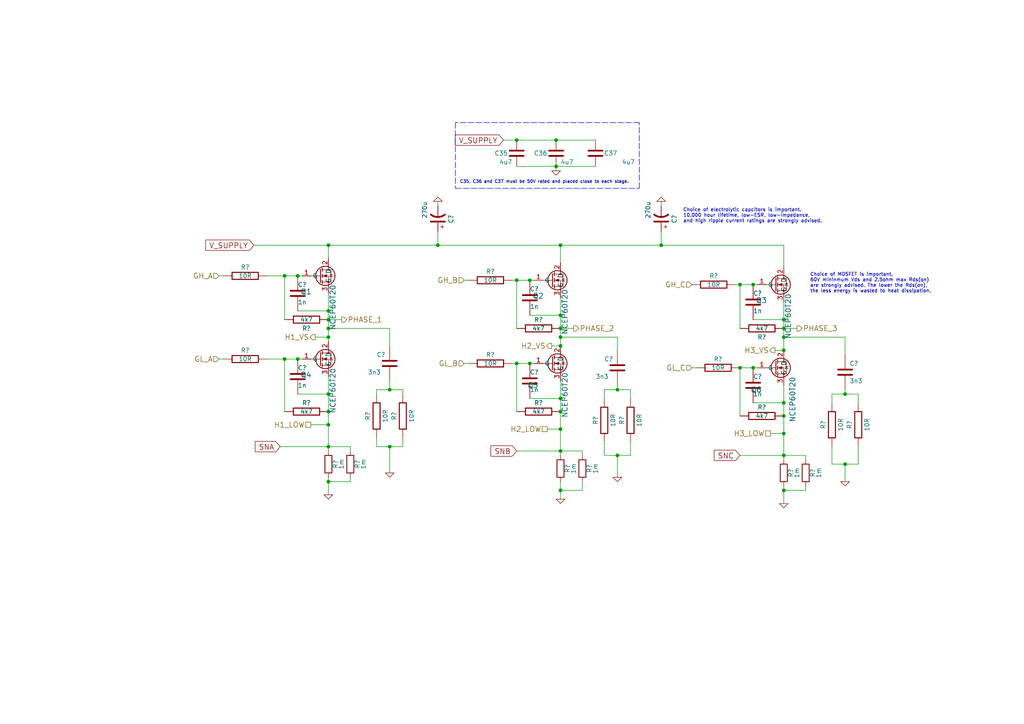
<source format=kicad_sch>
(kicad_sch (version 20250114) (generator "eeschema") (generator_version "9.0")
  (paper "A4")
  (title_block (title "Cheap FOCer 2") (date "2020-04-08") (rev "0.9") (company "Shaman Systems") (comment 1 "Root") (comment 4 "Top level"))
  (lib_symbols
    (symbol "BLDC_4-rescue:C-RESCUE-BLDC_4" (pin_numbers (hide yes)) (pin_names (offset 0.254))
      (property "Reference" "C" (at 0 2.54 0))
      (property "Value" "BLDC_4-rescue_C-RESCUE-BLDC_4" (at 0.1524 -2.159 0))
      (symbol "C-RESCUE-BLDC_4_0_1"
        (polyline (pts (xy -2.032 0.762) (xy 2.032 0.762)) (stroke (width 0.508)))
        (polyline (pts (xy -2.032 -0.762) (xy 2.032 -0.762)) (stroke (width 0.508)))
      )
      (symbol "C-RESCUE-BLDC_4_1_1"
        (pin passive line (at 0 5.08 270) (length 4.318) (name "~") (number "1"))
        (pin passive line (at 0 -5.08 90) (length 4.318) (name "~") (number "2"))
      )
    )
    (symbol "BLDC_4-rescue:GND-RESCUE-BLDC_4" (power) (pin_names (offset 0))
      (symbol "GND-RESCUE-BLDC_4_0_1"
        (polyline (pts (xy -1.27 0) (xy 0 -1.27) (xy 1.27 0) (xy -1.27 0)))
      )
      (symbol "GND-RESCUE-BLDC_4_1_1"
        (pin power_in line (at 0 0 90) (length 0) (hide yes) (name "GND") (number "1"))
      )
    )
    (symbol "BLDC_4-rescue:R-RESCUE-BLDC_4" (pin_numbers (hide yes)) (pin_names (offset 0))
      (property "Reference" "R" (at 2.032 0 90))
      (property "Value" "BLDC_4-rescue_R-RESCUE-BLDC_4" (at 0.1778 0.0254 90))
      (symbol "R-RESCUE-BLDC_4_0_1"
        (rectangle (start -1.016 3.81) (end 1.016 -3.81) (stroke (width 0.3048)))
      )
      (symbol "R-RESCUE-BLDC_4_1_1"
        (pin passive line (at 0 6.35 270) (length 2.54) (name "~") (number "1"))
        (pin passive line (at 0 -6.35 90) (length 2.54) (name "~") (number "2"))
      )
    )
    (symbol "Bluesat:NMOS_Heatsink"
      (property "Reference" "Q" (at 0 0 0))
      (symbol "NMOS_Heatsink_0_1"
        (polyline (pts (xy 2.794 10.795) (xy 2.794 6.985)) (stroke (width 0.254)))
        (polyline (pts (xy 2.794 8.89) (xy 0 8.89)))
        (polyline (pts (xy 3.302 11.176) (xy 3.302 10.16)) (stroke (width 0.254)))
        (polyline (pts (xy 3.302 9.398) (xy 3.302 8.382)) (stroke (width 0.254)))
        (polyline (pts (xy 3.302 7.62) (xy 3.302 6.604)) (stroke (width 0.254)))
        (polyline (pts (xy 3.302 7.112) (xy 5.842 7.112) (xy 5.842 10.668) (xy 3.302 10.668)))
        (polyline (pts (xy 3.556 8.89) (xy 4.572 9.271) (xy 4.572 8.509) (xy 3.556 8.89)) (fill (type outline)))
        (circle (center 4.191 8.89) (radius 2.794) (stroke (width 0.254)))
        (polyline (pts (xy 5.08 11.43) (xy 5.08 10.668)))
        (circle (center 5.08 10.668) (radius 0.254) (fill (type outline)))
        (circle (center 5.08 7.112) (radius 0.254) (fill (type outline)))
        (polyline (pts (xy 5.08 6.35) (xy 5.08 8.89) (xy 3.302 8.89)))
        (polyline (pts (xy 5.461 9.271) (xy 6.223 9.271)))
        (polyline (pts (xy 5.842 9.271) (xy 5.461 8.636) (xy 6.223 8.636) (xy 5.842 9.271)))
      )
      (symbol "NMOS_Heatsink_1_1"
        (pin input line (at -2.54 8.89 0) (length 2.54) (name "G") (number "1"))
        (pin passive line (at 5.08 13.97 270) (length 2.54) (name "D") (number "2"))
        (pin passive line (at 5.08 13.97 270) (length 2.54) (hide yes) (name "Heatsink") (number "4"))
        (pin passive line (at 5.08 3.81 90) (length 2.54) (name "S") (number "3"))
      )
    )
    (symbol "Device:C" (pin_numbers (hide yes)) (pin_names (offset 0.254))
      (property "Reference" "C" (at 0.635 2.54 0))
      (property "Value" "C" (at 0.635 -2.54 0))
      (symbol "C_0_1"
        (polyline (pts (xy -2.032 0.762) (xy 2.032 0.762)) (stroke (width 0.508)))
        (polyline (pts (xy -2.032 -0.762) (xy 2.032 -0.762)) (stroke (width 0.508)))
      )
      (symbol "C_1_1"
        (pin passive line (at 0 3.81 270) (length 2.794) (name "~") (number "1"))
        (pin passive line (at 0 -3.81 90) (length 2.794) (name "~") (number "2"))
      )
    )
    (symbol "Device:CP1" (pin_numbers (hide yes)) (pin_names (offset 0.254) (hide yes))
      (property "Reference" "C" (at 0.635 2.54 0))
      (property "Value" "Device_CP1" (at 0.635 -2.54 0))
      (symbol "CP1_0_1"
        (polyline (pts (xy -2.032 0.762) (xy 2.032 0.762)) (stroke (width 0.508)))
        (polyline (pts (xy -1.778 2.286) (xy -0.762 2.286)))
        (polyline (pts (xy -1.27 1.778) (xy -1.27 2.794)))
        (arc (start -2.032 -1.27) (mid 0 -0.5572) (end 2.032 -1.27) (stroke (width 0.508)))
      )
      (symbol "CP1_1_1"
        (pin passive line (at 0 3.81 270) (length 2.794) (name "~") (number "1"))
        (pin passive line (at 0 -3.81 90) (length 3.302) (name "~") (number "2"))
      )
    )
    (symbol "Device:R" (pin_numbers (hide yes)) (pin_names (offset 0))
      (property "Reference" "R" (at 2.032 0 90))
      (property "Value" "R" (at 0 0 90))
      (symbol "R_0_1"
        (rectangle (start -1.016 -2.54) (end 1.016 2.54) (stroke (width 0.254)))
      )
      (symbol "R_1_1"
        (pin passive line (at 0 3.81 270) (length 1.27) (name "~") (number "1"))
        (pin passive line (at 0 -3.81 90) (length 1.27) (name "~") (number "2"))
      )
    )
  )
  (text "Choice of MOSFET is important. \n60V mininmum Vds and 2.5ohm max Rds(on) \nare strongly advised. The lower the Rds(on), \nthe less energy is wasted to heat dissipation. " (at 234.95 85.09 0) (effects (font (size 0.9906 0.9906)) (justify left bottom)))
  (text "C35, C36 and C37 must be 50V rated and placed close to each stage." (at 133.35 53.34 0) (effects (font (size 0.889 0.889)) (justify left bottom)))
  (text "Choice of electrolytic capcitors is important. \n10,000 hour lifetime, low-ESR, low-impedance, \nand high ripple current ratings are strongly advised." (at 198.12 64.77 0) (effects (font (size 0.9906 0.9906)) (justify left bottom)))
  (junction (at 153.67 105.41))
  (junction (at 214.63 82.55))
  (junction (at 162.56 124.46))
  (junction (at 161.29 48.26))
  (junction (at 227.33 101.6))
  (junction (at 162.56 91.44))
  (junction (at 227.33 92.71))
  (junction (at 218.44 82.55))
  (junction (at 227.33 97.79))
  (junction (at 95.25 97.79))
  (junction (at 86.36 80.01))
  (junction (at 113.03 129.54))
  (junction (at 245.11 134.62))
  (junction (at 191.77 71.12))
  (junction (at 113.03 113.03))
  (junction (at 162.56 119.38))
  (junction (at 161.29 40.64))
  (junction (at 162.56 71.12))
  (junction (at 218.44 106.68))
  (junction (at 95.25 119.38))
  (junction (at 95.25 90.17))
  (junction (at 95.25 114.3))
  (junction (at 127 71.12))
  (junction (at 227.33 132.08))
  (junction (at 95.25 129.54))
  (junction (at 95.25 123.19))
  (junction (at 162.56 100.33))
  (junction (at 227.33 116.84))
  (junction (at 149.86 40.64))
  (junction (at 95.25 139.7))
  (junction (at 179.07 132.08))
  (junction (at 95.25 92.71))
  (junction (at 95.25 71.12))
  (junction (at 82.55 80.01))
  (junction (at 245.11 114.3))
  (junction (at 153.67 81.28))
  (junction (at 149.86 105.41))
  (junction (at 179.07 113.03))
  (junction (at 227.33 142.24))
  (junction (at 149.86 81.28))
  (junction (at 214.63 106.68))
  (junction (at 162.56 115.57))
  (junction (at 162.56 95.25))
  (junction (at 162.56 97.79))
  (junction (at 162.56 130.81))
  (junction (at 162.56 142.24))
  (junction (at 227.33 125.73))
  (junction (at 82.55 104.14))
  (junction (at 95.25 95.25))
  (junction (at 227.33 95.25))
  (junction (at 86.36 104.14))
  (junction (at 227.33 120.65))
  (wire (pts (xy 149.86 119.38) (xy 149.86 105.41)))
  (wire (pts (xy 86.36 114.3) (xy 95.25 114.3)))
  (wire (pts (xy 179.07 132.08) (xy 175.26 132.08)))
  (wire (pts (xy 113.03 137.16) (xy 113.03 129.54)))
  (wire (pts (xy 127 59.69) (xy 127 58.42)))
  (wire (pts (xy 113.03 113.03) (xy 109.22 113.03)))
  (wire (pts (xy 95.25 92.71) (xy 99.06 92.71)))
  (wire (pts (xy 63.5 104.14) (xy 64.77 104.14)))
  (wire (pts (xy 82.55 92.71) (xy 82.55 80.01)))
  (wire (pts (xy 82.55 104.14) (xy 86.36 104.14)))
  (wire (pts (xy 162.56 97.79) (xy 162.56 100.33)))
  (polyline (pts (xy 132.08 35.56) (xy 132.08 54.61)) (stroke (width 0) (type dash)))
  (wire (pts (xy 162.56 130.81) (xy 162.56 132.08)))
  (wire (pts (xy 82.55 80.01) (xy 86.36 80.01)))
  (wire (pts (xy 95.25 95.25) (xy 95.25 97.79)))
  (wire (pts (xy 241.3 134.62) (xy 241.3 129.54)))
  (wire (pts (xy 227.33 116.84) (xy 227.33 120.65)))
  (wire (pts (xy 90.17 123.19) (xy 95.25 123.19)))
  (wire (pts (xy 223.52 125.73) (xy 227.33 125.73)))
  (wire (pts (xy 175.26 132.08) (xy 175.26 128.27)))
  (wire (pts (xy 182.88 128.27) (xy 182.88 132.08)))
  (wire (pts (xy 161.29 48.26) (xy 161.29 49.53)))
  (wire (pts (xy 82.55 119.38) (xy 82.55 104.14)))
  (wire (pts (xy 149.86 48.26) (xy 161.29 48.26)))
  (wire (pts (xy 162.56 124.46) (xy 162.56 130.81)))
  (wire (pts (xy 241.3 114.3) (xy 241.3 116.84)))
  (wire (pts (xy 101.6 129.54) (xy 95.25 129.54)))
  (wire (pts (xy 182.88 132.08) (xy 179.07 132.08)))
  (wire (pts (xy 134.62 81.28) (xy 135.89 81.28)))
  (wire (pts (xy 162.56 76.2) (xy 162.56 71.12)))
  (wire (pts (xy 168.91 142.24) (xy 162.56 142.24)))
  (wire (pts (xy 168.91 132.08) (xy 168.91 130.81)))
  (wire (pts (xy 224.79 101.6) (xy 227.33 101.6)))
  (wire (pts (xy 162.56 86.36) (xy 162.56 91.44)))
  (wire (pts (xy 162.56 97.79) (xy 179.07 97.79)))
  (wire (pts (xy 101.6 130.81) (xy 101.6 129.54)))
  (wire (pts (xy 101.6 138.43) (xy 101.6 139.7)))
  (wire (pts (xy 233.68 133.35) (xy 233.68 132.08)))
  (wire (pts (xy 116.84 129.54) (xy 113.03 129.54)))
  (wire (pts (xy 95.25 139.7) (xy 95.25 138.43)))
  (wire (pts (xy 191.77 59.69) (xy 191.77 58.42)))
  (wire (pts (xy 149.86 130.81) (xy 162.56 130.81)))
  (wire (pts (xy 127 71.12) (xy 162.56 71.12)))
  (wire (pts (xy 233.68 140.97) (xy 233.68 142.24)))
  (wire (pts (xy 214.63 82.55) (xy 214.63 95.25)))
  (wire (pts (xy 95.25 71.12) (xy 95.25 74.93)))
  (wire (pts (xy 227.33 95.25) (xy 227.33 97.79)))
  (wire (pts (xy 95.25 92.71) (xy 95.25 95.25)))
  (wire (pts (xy 162.56 142.24) (xy 162.56 139.7)))
  (wire (pts (xy 116.84 113.03) (xy 113.03 113.03)))
  (wire (pts (xy 168.91 139.7) (xy 168.91 142.24)))
  (wire (pts (xy 91.44 97.79) (xy 95.25 97.79)))
  (wire (pts (xy 77.47 80.01) (xy 82.55 80.01)))
  (wire (pts (xy 95.25 90.17) (xy 95.25 92.71)))
  (wire (pts (xy 134.62 105.41) (xy 135.89 105.41)))
  (wire (pts (xy 95.25 95.25) (xy 113.03 95.25)))
  (wire (pts (xy 95.25 119.38) (xy 95.25 123.19)))
  (wire (pts (xy 179.07 113.03) (xy 175.26 113.03)))
  (polyline (pts (xy 132.08 54.61) (xy 185.42 54.61)) (stroke (width 0) (type dash)))
  (wire (pts (xy 227.33 120.65) (xy 227.33 125.73)))
  (wire (pts (xy 218.44 116.84) (xy 227.33 116.84)))
  (wire (pts (xy 218.44 106.68) (xy 219.71 106.68)))
  (wire (pts (xy 214.63 82.55) (xy 218.44 82.55)))
  (wire (pts (xy 109.22 129.54) (xy 109.22 127)))
  (wire (pts (xy 182.88 115.57) (xy 182.88 113.03)))
  (wire (pts (xy 179.07 101.6) (xy 179.07 97.79)))
  (wire (pts (xy 161.29 48.26) (xy 172.72 48.26)))
  (wire (pts (xy 162.56 71.12) (xy 191.77 71.12)))
  (wire (pts (xy 161.29 40.64) (xy 172.72 40.64)))
  (wire (pts (xy 162.56 95.25) (xy 162.56 97.79)))
  (wire (pts (xy 162.56 91.44) (xy 162.56 95.25)))
  (polyline (pts (xy 185.42 35.56) (xy 132.08 35.56)) (stroke (width 0) (type dash)))
  (wire (pts (xy 153.67 81.28) (xy 154.94 81.28)))
  (wire (pts (xy 95.25 109.22) (xy 95.25 114.3)))
  (wire (pts (xy 73.66 71.12) (xy 95.25 71.12)))
  (wire (pts (xy 149.86 40.64) (xy 161.29 40.64)))
  (wire (pts (xy 227.33 146.05) (xy 227.33 142.24)))
  (wire (pts (xy 116.84 127) (xy 116.84 129.54)))
  (wire (pts (xy 158.75 124.46) (xy 162.56 124.46)))
  (wire (pts (xy 162.56 95.25) (xy 166.37 95.25)))
  (wire (pts (xy 245.11 134.62) (xy 241.3 134.62)))
  (wire (pts (xy 101.6 139.7) (xy 95.25 139.7)))
  (wire (pts (xy 95.25 139.7) (xy 95.25 143.51)))
  (wire (pts (xy 149.86 81.28) (xy 153.67 81.28)))
  (wire (pts (xy 95.25 97.79) (xy 95.25 99.06)))
  (wire (pts (xy 233.68 142.24) (xy 227.33 142.24)))
  (wire (pts (xy 245.11 113.03) (xy 245.11 114.3)))
  (wire (pts (xy 148.59 81.28) (xy 149.86 81.28)))
  (wire (pts (xy 160.02 100.33) (xy 162.56 100.33)))
  (wire (pts (xy 227.33 97.79) (xy 245.11 97.79)))
  (wire (pts (xy 248.92 134.62) (xy 245.11 134.62)))
  (wire (pts (xy 214.63 132.08) (xy 227.33 132.08)))
  (wire (pts (xy 95.25 114.3) (xy 95.25 119.38)))
  (wire (pts (xy 149.86 105.41) (xy 153.67 105.41)))
  (wire (pts (xy 245.11 114.3) (xy 241.3 114.3)))
  (wire (pts (xy 175.26 113.03) (xy 175.26 115.57)))
  (wire (pts (xy 245.11 102.87) (xy 245.11 97.79)))
  (wire (pts (xy 233.68 132.08) (xy 227.33 132.08)))
  (wire (pts (xy 86.36 104.14) (xy 87.63 104.14)))
  (wire (pts (xy 113.03 100.33) (xy 113.03 95.25)))
  (wire (pts (xy 248.92 129.54) (xy 248.92 134.62)))
  (wire (pts (xy 146.05 40.64) (xy 149.86 40.64)))
  (wire (pts (xy 227.33 132.08) (xy 227.33 133.35)))
  (wire (pts (xy 162.56 144.78) (xy 162.56 142.24)))
  (wire (pts (xy 113.03 129.54) (xy 109.22 129.54)))
  (wire (pts (xy 227.33 111.76) (xy 227.33 116.84)))
  (wire (pts (xy 109.22 113.03) (xy 109.22 114.3)))
  (wire (pts (xy 182.88 113.03) (xy 179.07 113.03)))
  (wire (pts (xy 153.67 91.44) (xy 162.56 91.44)))
  (wire (pts (xy 77.47 104.14) (xy 82.55 104.14)))
  (wire (pts (xy 227.33 92.71) (xy 227.33 95.25)))
  (wire (pts (xy 95.25 123.19) (xy 95.25 129.54)))
  (wire (pts (xy 218.44 82.55) (xy 219.71 82.55)))
  (wire (pts (xy 248.92 114.3) (xy 245.11 114.3)))
  (wire (pts (xy 191.77 71.12) (xy 227.33 71.12)))
  (wire (pts (xy 213.36 82.55) (xy 214.63 82.55)))
  (wire (pts (xy 227.33 71.12) (xy 227.33 77.47)))
  (wire (pts (xy 214.63 120.65) (xy 214.63 106.68)))
  (wire (pts (xy 153.67 105.41) (xy 154.94 105.41)))
  (wire (pts (xy 95.25 71.12) (xy 127 71.12)))
  (wire (pts (xy 168.91 130.81) (xy 162.56 130.81)))
  (wire (pts (xy 95.25 129.54) (xy 95.25 130.81)))
  (wire (pts (xy 113.03 110.49) (xy 113.03 113.03)))
  (wire (pts (xy 162.56 119.38) (xy 162.56 124.46)))
  (wire (pts (xy 227.33 125.73) (xy 227.33 132.08)))
  (wire (pts (xy 95.25 85.09) (xy 95.25 90.17)))
  (wire (pts (xy 148.59 105.41) (xy 149.86 105.41)))
  (wire (pts (xy 214.63 106.68) (xy 218.44 106.68)))
  (wire (pts (xy 191.77 67.31) (xy 191.77 71.12)))
  (wire (pts (xy 179.07 138.43) (xy 179.07 132.08)))
  (wire (pts (xy 81.28 129.54) (xy 95.25 129.54)))
  (wire (pts (xy 162.56 110.49) (xy 162.56 115.57)))
  (wire (pts (xy 245.11 139.7) (xy 245.11 134.62)))
  (wire (pts (xy 149.86 81.28) (xy 149.86 95.25)))
  (wire (pts (xy 227.33 87.63) (xy 227.33 92.71)))
  (wire (pts (xy 227.33 97.79) (xy 227.33 101.6)))
  (wire (pts (xy 179.07 111.76) (xy 179.07 113.03)))
  (wire (pts (xy 86.36 90.17) (xy 95.25 90.17)))
  (wire (pts (xy 86.36 80.01) (xy 87.63 80.01)))
  (wire (pts (xy 218.44 92.71) (xy 227.33 92.71)))
  (wire (pts (xy 116.84 114.3) (xy 116.84 113.03)))
  (wire (pts (xy 153.67 115.57) (xy 162.56 115.57)))
  (wire (pts (xy 162.56 115.57) (xy 162.56 119.38)))
  (wire (pts (xy 200.66 106.68) (xy 201.93 106.68)))
  (wire (pts (xy 227.33 142.24) (xy 227.33 140.97)))
  (polyline (pts (xy 185.42 54.61) (xy 185.42 35.56)) (stroke (width 0) (type dash)))
  (wire (pts (xy 227.33 95.25) (xy 231.14 95.25)))
  (wire (pts (xy 63.5 80.01) (xy 64.77 80.01)))
  (wire (pts (xy 248.92 116.84) (xy 248.92 114.3)))
  (wire (pts (xy 127 67.31) (xy 127 71.12)))
  (global_label "SNA" (shape input) (at 81.28 129.54 180) (effects (font (size 1.524 1.524))) (property "Intersheetrefs" "${INTERSHEET_REFS}" (effects (hide yes))))
  (global_label "SNB" (shape input) (at 149.86 130.81 180) (effects (font (size 1.524 1.524))) (property "Intersheetrefs" "${INTERSHEET_REFS}" (effects (hide yes))))
  (global_label "V_SUPPLY" (shape input) (at 146.05 40.64 180) (effects (font (size 1.524 1.524))) (property "Intersheetrefs" "${INTERSHEET_REFS}" (effects (hide yes))))
  (global_label "SNC" (shape input) (at 214.63 132.08 180) (effects (font (size 1.524 1.524))) (property "Intersheetrefs" "${INTERSHEET_REFS}" (effects (hide yes))))
  (global_label "V_SUPPLY" (shape input) (at 73.66 71.12 180) (effects (font (size 1.524 1.524))) (property "Intersheetrefs" "${INTERSHEET_REFS}" (effects (hide yes))))
  (hierarchical_label "PHASE_3" (shape output) (at 231.14 95.25 0) (effects (font (size 1.524 1.524))))
  (hierarchical_label "PHASE_1" (shape output) (at 99.06 92.71 0) (effects (font (size 1.524 1.524))))
  (hierarchical_label "H3_LOW" (shape passive) (at 223.52 125.73 180) (effects (font (size 1.524 1.524))))
  (hierarchical_label "GH_A" (shape input) (at 63.5 80.01 180) (effects (font (size 1.524 1.524))))
  (hierarchical_label "H2_VS" (shape output) (at 160.02 100.33 180) (effects (font (size 1.524 1.524))))
  (hierarchical_label "GL_A" (shape input) (at 63.5 104.14 180) (effects (font (size 1.524 1.524))))
  (hierarchical_label "H1_LOW" (shape passive) (at 90.17 123.19 180) (effects (font (size 1.524 1.524))))
  (hierarchical_label "GH_B" (shape input) (at 134.62 81.28 180) (effects (font (size 1.524 1.524))))
  (hierarchical_label "GL_C" (shape input) (at 200.66 106.68 180) (effects (font (size 1.524 1.524))))
  (hierarchical_label "GL_B" (shape input) (at 134.62 105.41 180) (effects (font (size 1.524 1.524))))
  (hierarchical_label "H1_VS" (shape output) (at 91.44 97.79 180) (effects (font (size 1.524 1.524))))
  (hierarchical_label "H3_VS" (shape output) (at 224.79 101.6 180) (effects (font (size 1.524 1.524))))
  (hierarchical_label "GH_C" (shape input) (at 200.66 82.55 180) (effects (font (size 1.524 1.524))))
  (hierarchical_label "PHASE_2" (shape output) (at 166.37 95.25 0) (effects (font (size 1.524 1.524))))
  (hierarchical_label "H2_LOW" (shape passive) (at 158.75 124.46 180) (effects (font (size 1.524 1.524))))
  (symbol (lib_id "Bluesat:NMOS_Heatsink") (at 90.17 88.9 0) (unit 1)
    (property "Reference" "Q1" (at 90.424 84.582 0) (effects (font (size 1.524 1.524)) (justify right)))
    (property "Value" "NCEP60T20" (at 96.52 82.55 90) (effects (font (size 1.524 1.524)) (justify right)))
    (property "Footprint" "Bluesat:TO-220-3-heatsink-pad-tabdown" (effects (hide yes)))
  )
  (symbol (lib_id "Bluesat:NMOS_Heatsink") (at 90.17 113.03 0) (unit 1)
    (property "Reference" "Q4" (at 90.424 108.712 0) (effects (font (size 1.524 1.524)) (justify right)))
    (property "Value" "NCEP60T20" (at 96.52 106.68 90) (effects (font (size 1.524 1.524)) (justify right)))
    (property "Footprint" "Bluesat:TO-220-3-heatsink-pad-tabdown" (effects (hide yes)))
  )
  (symbol (lib_id "Bluesat:NMOS_Heatsink") (at 157.48 114.3 0) (unit 1)
    (property "Reference" "Q5" (at 156.21 111.76 0) (effects (font (size 1.524 1.524)) (justify right)))
    (property "Value" "NCEP60T20" (at 163.83 107.95 90) (effects (font (size 1.524 1.524)) (justify right)))
    (property "Footprint" "Bluesat:TO-220-3-heatsink-pad-tabdown" (effects (hide yes)))
  )
  (symbol (lib_id "Bluesat:NMOS_Heatsink") (at 157.48 90.17 0) (unit 1)
    (property "Reference" "Q2" (at 157.734 85.852 0) (effects (font (size 1.524 1.524)) (justify right)))
    (property "Value" "NCEP60T20" (at 163.83 83.82 90) (effects (font (size 1.524 1.524)) (justify right)))
    (property "Footprint" "Bluesat:TO-220-3-heatsink-pad-tabdown" (effects (hide yes)))
  )
  (symbol (lib_id "Bluesat:NMOS_Heatsink") (at 222.25 91.44 0) (unit 1)
    (property "Reference" "Q3" (at 222.504 87.122 0) (effects (font (size 1.524 1.524)) (justify right)))
    (property "Value" "NCEP60T20" (at 228.6 85.09 90) (effects (font (size 1.524 1.524)) (justify right)))
    (property "Footprint" "Bluesat:TO-220-3-heatsink-pad-tabdown" (effects (hide yes)))
  )
  (symbol (lib_id "Bluesat:NMOS_Heatsink") (at 222.25 115.57 0) (unit 1)
    (property "Reference" "Q6" (at 220.98 113.03 0) (effects (font (size 1.524 1.524)) (justify right)))
    (property "Value" "NCEP60T20" (at 229.87 109.22 90) (effects (font (size 1.524 1.524)) (justify right)))
    (property "Footprint" "Bluesat:TO-220-3-heatsink-pad-tabdown" (effects (hide yes)))
  )
  (symbol (lib_id "Device:R") (at 95.25 134.62 0) (mirror x) (unit 1)
    (property "Reference" "R56" (at 97.282 134.62 90))
    (property "Value" "1m" (at 99.06 134.62 90))
    (property "Footprint" "Resistor_SMD:R_2512_6332Metric" (effects (hide yes)))
    (property "Datasheet" "https://www.mouser.com/datasheet/2/54/ss2h-2512-1302652.pdf" (effects (hide yes)))
    (instances (project "" (path "" (reference "R?") (unit 1)) (path "" (reference "R56") (unit 1))))
  )
  (symbol (lib_id "BLDC_4-rescue:GND-RESCUE-BLDC_4") (at 95.25 143.51 0) (unit 1)
    (property "Reference" "#PWR061" (effects (hide yes)))
    (property "Value" "GND" (effects (hide yes)))
    (instances (project "" (path "" (reference "#PWR?") (unit 1)) (path "" (reference "#PWR061") (unit 1))))
  )
  (symbol (lib_id "Device:R") (at 162.56 135.89 0) (mirror x) (unit 1)
    (property "Reference" "R58" (at 164.592 135.89 90))
    (property "Value" "1m" (at 166.37 135.89 90))
    (property "Footprint" "Resistor_SMD:R_2512_6332Metric" (effects (hide yes)))
    (instances (project "" (path "" (reference "R?") (unit 1)) (path "" (reference "R58") (unit 1))))
  )
  (symbol (lib_id "Device:R") (at 227.33 137.16 0) (mirror x) (unit 1)
    (property "Reference" "R60" (at 229.362 137.16 90))
    (property "Value" "1m" (at 231.14 137.16 90))
    (property "Footprint" "Resistor_SMD:R_2512_6332Metric" (effects (hide yes)))
    (instances (project "" (path "" (reference "R?") (unit 1)) (path "" (reference "R60") (unit 1))))
  )
  (symbol (lib_id "BLDC_4-rescue:GND-RESCUE-BLDC_4") (at 162.56 144.78 0) (unit 1)
    (property "Reference" "#PWR062" (effects (hide yes)))
    (property "Value" "GND" (effects (hide yes)))
    (instances (project "" (path "" (reference "#PWR?") (unit 1)) (path "" (reference "#PWR062") (unit 1))))
  )
  (symbol (lib_id "BLDC_4-rescue:GND-RESCUE-BLDC_4") (at 227.33 146.05 0) (unit 1)
    (property "Reference" "#PWR063" (effects (hide yes)))
    (property "Value" "GND" (effects (hide yes)))
    (instances (project "" (path "" (reference "#PWR?") (unit 1)) (path "" (reference "#PWR063") (unit 1))))
  )
  (symbol (lib_id "Device:CP1") (at 127 63.5 180) (unit 1)
    (property "Reference" "C38" (at 130.81 62.23 90) (effects (justify left)))
    (property "Value" "270u" (at 123.19 58.42 90) (effects (justify left)))
    (property "Footprint" "Capacitor_SMD:CP_Elec_10x10" (effects (hide yes)))
    (instances (project "" (path "" (reference "C?") (unit 1)) (path "" (reference "C38") (unit 1))))
  )
  (symbol (lib_id "BLDC_4-rescue:GND-RESCUE-BLDC_4") (at 127 58.42 180) (unit 1)
    (property "Reference" "#PWR056" (effects (hide yes)))
    (property "Value" "GND" (effects (hide yes)))
    (instances (project "" (path "" (reference "#PWR?") (unit 1)) (path "" (reference "#PWR056") (unit 1))))
  )
  (symbol (lib_id "Device:C") (at 161.29 44.45 180) (unit 1)
    (property "Reference" "C36" (at 158.75 44.45 0) (effects (justify left)))
    (property "Value" "4u7" (at 166.37 46.99 0) (effects (justify left)))
    (property "Footprint" "Capacitor_SMD:C_1210_3225Metric" (effects (hide yes)))
  )
  (symbol (lib_id "Device:C") (at 149.86 44.45 180) (unit 1)
    (property "Reference" "C35" (at 147.32 44.45 0) (effects (justify left)))
    (property "Value" "4u7" (at 148.59 46.99 0) (effects (justify left)))
    (property "Footprint" "Capacitor_SMD:C_1210_3225Metric" (effects (hide yes)))
    (property "Datasheet" "https://www.mouser.com/datasheet/2/440/e_WIMA_MKS_4-1139797.pdf" (effects (hide yes)))
  )
  (symbol (lib_id "BLDC_4-rescue:GND-RESCUE-BLDC_4") (at 161.29 49.53 0) (unit 1)
    (property "Reference" "#PWR055" (effects (hide yes)))
    (property "Value" "GND" (effects (hide yes)))
    (instances (project "" (path "" (reference "#PWR?") (unit 1)) (path "" (reference "#PWR055") (unit 1))))
  )
  (symbol (lib_id "BLDC_4-rescue:R-RESCUE-BLDC_4") (at 88.9 119.38 90) (unit 1)
    (property "Reference" "R50" (at 88.9 116.84 90))
    (property "Value" "4k7" (at 88.9 119.38 90))
    (property "Footprint" "Resistor_SMD:R_0402_1005Metric" (effects (hide yes)))
    (instances (project "" (path "" (reference "R?") (unit 1)) (path "" (reference "R50") (unit 1)) (path "" (reference "R?") (unit 1))))
  )
  (symbol (lib_id "BLDC_4-rescue:R-RESCUE-BLDC_4") (at 156.21 119.38 270) (unit 1)
    (property "Reference" "R51" (at 156.21 116.84 90))
    (property "Value" "4k7" (at 156.21 119.38 90))
    (property "Footprint" "Resistor_SMD:R_0402_1005Metric" (effects (hide yes)))
    (instances (project "" (path "" (reference "R?") (unit 1)) (path "" (reference "R51") (unit 1)) (path "" (reference "R?") (unit 1))))
  )
  (symbol (lib_id "BLDC_4-rescue:R-RESCUE-BLDC_4") (at 220.98 120.65 270) (unit 1)
    (property "Reference" "R52" (at 220.98 118.11 90))
    (property "Value" "4k7" (at 220.98 120.65 90))
    (property "Footprint" "Resistor_SMD:R_0402_1005Metric" (effects (hide yes)))
    (instances (project "" (path "" (reference "R?") (unit 1)) (path "" (reference "R52") (unit 1)) (path "" (reference "R?") (unit 1))))
  )
  (symbol (lib_id "BLDC_4-rescue:R-RESCUE-BLDC_4") (at 88.9 92.71 90) (unit 1)
    (property "Reference" "R44" (at 88.9 95.25 90))
    (property "Value" "4k7" (at 88.9 92.71 90))
    (property "Footprint" "Resistor_SMD:R_0402_1005Metric" (effects (hide yes)))
    (instances (project "" (path "" (reference "R?") (unit 1)) (path "" (reference "R44") (unit 1)) (path "" (reference "R?") (unit 1))))
  )
  (symbol (lib_id "BLDC_4-rescue:R-RESCUE-BLDC_4") (at 156.21 95.25 270) (unit 1)
    (property "Reference" "R45" (at 156.21 92.71 90))
    (property "Value" "4k7" (at 156.21 95.25 90))
    (property "Footprint" "Resistor_SMD:R_0402_1005Metric" (effects (hide yes)))
    (instances (project "" (path "" (reference "R?") (unit 1)) (path "" (reference "R45") (unit 1)) (path "" (reference "R?") (unit 1))))
  )
  (symbol (lib_id "BLDC_4-rescue:R-RESCUE-BLDC_4") (at 220.98 95.25 270) (unit 1)
    (property "Reference" "R46" (at 220.98 97.79 90))
    (property "Value" "4k7" (at 220.98 95.25 90))
    (property "Footprint" "Resistor_SMD:R_0402_1005Metric" (effects (hide yes)))
    (instances (project "" (path "" (reference "R?") (unit 1)) (path "" (reference "R46") (unit 1)) (path "" (reference "R?") (unit 1))))
  )
  (symbol (lib_id "BLDC_4-rescue:R-RESCUE-BLDC_4") (at 109.22 120.65 180) (unit 1)
    (property "Reference" "R53" (at 106.68 120.65 90))
    (property "Value" "10R" (at 111.76 120.65 90))
    (property "Footprint" "Resistor_SMD:R_0402_1005Metric" (effects (hide yes)))
    (instances (project "" (path "" (reference "R?") (unit 1)) (path "" (reference "R53") (unit 1))))
  )
  (symbol (lib_id "BLDC_4-rescue:C-RESCUE-BLDC_4") (at 113.03 105.41 0) (unit 1)
    (property "Reference" "C40" (at 109.22 102.87 0) (effects (justify left)))
    (property "Value" "3n3" (at 106.68 107.95 0) (effects (justify left)))
    (property "Footprint" "Capacitor_SMD:C_0402_1005Metric" (effects (hide yes)))
    (instances (project "" (path "" (reference "C?") (unit 1)) (path "" (reference "C40") (unit 1))))
  )
  (symbol (lib_id "BLDC_4-rescue:GND-RESCUE-BLDC_4") (at 113.03 137.16 0) (unit 1)
    (property "Reference" "#PWR058" (effects (hide yes)))
    (property "Value" "GND" (effects (hide yes)))
    (instances (project "" (path "" (reference "#PWR?") (unit 1)) (path "" (reference "#PWR058") (unit 1))))
  )
  (symbol (lib_id "BLDC_4-rescue:R-RESCUE-BLDC_4") (at 175.26 121.92 180) (unit 1)
    (property "Reference" "R54" (at 172.72 121.92 90))
    (property "Value" "10R" (at 177.8 121.92 90))
    (property "Footprint" "Resistor_SMD:R_0402_1005Metric" (effects (hide yes)))
    (instances (project "" (path "" (reference "R?") (unit 1)) (path "" (reference "R54") (unit 1))))
  )
  (symbol (lib_id "BLDC_4-rescue:C-RESCUE-BLDC_4") (at 179.07 106.68 0) (unit 1)
    (property "Reference" "C41" (at 175.26 104.14 0) (effects (justify left)))
    (property "Value" "3n3" (at 172.72 109.22 0) (effects (justify left)))
    (property "Footprint" "Capacitor_SMD:C_0402_1005Metric" (effects (hide yes)))
    (instances (project "" (path "" (reference "C?") (unit 1)) (path "" (reference "C41") (unit 1))))
  )
  (symbol (lib_id "BLDC_4-rescue:GND-RESCUE-BLDC_4") (at 179.07 138.43 0) (unit 1)
    (property "Reference" "#PWR059" (effects (hide yes)))
    (property "Value" "GND" (effects (hide yes)))
    (instances (project "" (path "" (reference "#PWR?") (unit 1)) (path "" (reference "#PWR059") (unit 1))))
  )
  (symbol (lib_id "BLDC_4-rescue:R-RESCUE-BLDC_4") (at 241.3 123.19 180) (unit 1)
    (property "Reference" "R55" (at 238.76 123.19 90))
    (property "Value" "10R" (at 243.84 123.19 90))
    (property "Footprint" "Resistor_SMD:R_0402_1005Metric" (effects (hide yes)))
    (instances (project "" (path "" (reference "R?") (unit 1)) (path "" (reference "R55") (unit 1))))
  )
  (symbol (lib_id "BLDC_4-rescue:C-RESCUE-BLDC_4") (at 245.11 107.95 0) (unit 1)
    (property "Reference" "C42" (at 246.38 105.41 0) (effects (justify left)))
    (property "Value" "3n3" (at 246.38 110.49 0) (effects (justify left)))
    (property "Footprint" "Capacitor_SMD:C_0402_1005Metric" (effects (hide yes)))
    (instances (project "" (path "" (reference "C?") (unit 1)) (path "" (reference "C42") (unit 1))))
  )
  (symbol (lib_id "BLDC_4-rescue:GND-RESCUE-BLDC_4") (at 245.11 139.7 0) (unit 1)
    (property "Reference" "#PWR060" (effects (hide yes)))
    (property "Value" "GND" (effects (hide yes)))
    (instances (project "" (path "" (reference "#PWR?") (unit 1)) (path "" (reference "#PWR060") (unit 1))))
  )
  (symbol (lib_id "Device:CP1") (at 191.77 63.5 180) (unit 1)
    (property "Reference" "C39" (at 195.58 62.23 90) (effects (justify left)))
    (property "Value" "270u" (at 187.96 58.42 90) (effects (justify left)))
    (property "Footprint" "Capacitor_SMD:CP_Elec_10x10" (effects (hide yes)))
    (instances (project "" (path "" (reference "C?") (unit 1)) (path "" (reference "C39") (unit 1))))
  )
  (symbol (lib_id "BLDC_4-rescue:GND-RESCUE-BLDC_4") (at 191.77 58.42 180) (unit 1)
    (property "Reference" "#PWR057" (effects (hide yes)))
    (property "Value" "GND" (effects (hide yes)))
    (instances (project "" (path "" (reference "#PWR?") (unit 1)) (path "" (reference "#PWR057") (unit 1))))
  )
  (symbol (lib_id "Device:R") (at 168.91 135.89 0) (mirror x) (unit 1)
    (property "Reference" "R59" (at 170.942 135.89 90))
    (property "Value" "1m" (at 172.72 135.89 90))
    (property "Footprint" "Resistor_SMD:R_2512_6332Metric" (effects (hide yes)))
    (instances (project "" (path "" (reference "R?") (unit 1)) (path "" (reference "R59") (unit 1))))
  )
  (symbol (lib_id "Device:R") (at 101.6 134.62 0) (mirror x) (unit 1)
    (property "Reference" "R57" (at 103.632 134.62 90))
    (property "Value" "1m" (at 105.41 134.62 90))
    (property "Footprint" "Resistor_SMD:R_2512_6332Metric" (effects (hide yes)))
    (instances (project "" (path "" (reference "R?") (unit 1)) (path "" (reference "R57") (unit 1))))
  )
  (symbol (lib_id "Device:R") (at 233.68 137.16 0) (mirror x) (unit 1)
    (property "Reference" "R61" (at 235.712 137.16 90))
    (property "Value" "1m" (at 237.49 137.16 90))
    (property "Footprint" "Resistor_SMD:R_2512_6332Metric" (effects (hide yes)))
    (instances (project "" (path "" (reference "R?") (unit 1)) (path "" (reference "R61") (unit 1))))
  )
  (symbol (lib_id "BLDC_4-rescue:R-RESCUE-BLDC_4") (at 207.01 82.55 270) (unit 1)
    (property "Reference" "R43" (at 207.01 80.01 90))
    (property "Value" "10R" (at 207.01 82.55 90))
    (property "Footprint" "Resistor_SMD:R_0402_1005Metric" (effects (hide yes)))
    (instances (project "" (path "" (reference "R?") (unit 1)) (path "" (reference "R43") (unit 1)) (path "" (reference "R?") (unit 1))))
  )
  (symbol (lib_id "BLDC_4-rescue:R-RESCUE-BLDC_4") (at 208.28 106.68 270) (unit 1)
    (property "Reference" "R49" (at 208.28 104.14 90))
    (property "Value" "10R" (at 208.28 106.68 90))
    (property "Footprint" "Resistor_SMD:R_0402_1005Metric" (effects (hide yes)))
    (instances (project "" (path "" (reference "R?") (unit 1)) (path "" (reference "R49") (unit 1)) (path "" (reference "R?") (unit 1))))
  )
  (symbol (lib_id "BLDC_4-rescue:R-RESCUE-BLDC_4") (at 142.24 81.28 270) (unit 1)
    (property "Reference" "R42" (at 142.24 78.74 90))
    (property "Value" "10R" (at 142.24 81.28 90))
    (property "Footprint" "Resistor_SMD:R_0402_1005Metric" (effects (hide yes)))
    (instances (project "" (path "" (reference "R?") (unit 1)) (path "" (reference "R42") (unit 1)) (path "" (reference "R?") (unit 1))))
  )
  (symbol (lib_id "BLDC_4-rescue:R-RESCUE-BLDC_4") (at 142.24 105.41 270) (unit 1)
    (property "Reference" "R48" (at 142.24 102.87 90))
    (property "Value" "10R" (at 142.24 105.41 90))
    (property "Footprint" "Resistor_SMD:R_0402_1005Metric" (effects (hide yes)))
    (instances (project "" (path "" (reference "R?") (unit 1)) (path "" (reference "R48") (unit 1)) (path "" (reference "R?") (unit 1))))
  )
  (symbol (lib_id "BLDC_4-rescue:R-RESCUE-BLDC_4") (at 71.12 104.14 270) (unit 1)
    (property "Reference" "R47" (at 71.12 101.6 90))
    (property "Value" "10R" (at 71.12 104.14 90))
    (property "Footprint" "Resistor_SMD:R_0402_1005Metric" (effects (hide yes)))
    (instances (project "" (path "" (reference "R?") (unit 1)) (path "" (reference "R47") (unit 1)) (path "" (reference "R?") (unit 1))))
  )
  (symbol (lib_id "BLDC_4-rescue:R-RESCUE-BLDC_4") (at 71.12 80.01 270) (unit 1)
    (property "Reference" "R41" (at 71.12 77.47 90))
    (property "Value" "10R" (at 71.12 80.01 90))
    (property "Footprint" "Resistor_SMD:R_0402_1005Metric" (effects (hide yes)))
    (instances (project "" (path "" (reference "R?") (unit 1)) (path "" (reference "R41") (unit 1)) (path "" (reference "R?") (unit 1))))
  )
  (symbol (lib_id "Device:C") (at 172.72 44.45 180) (unit 1)
    (property "Reference" "C37" (at 179.07 44.45 0) (effects (justify left)))
    (property "Value" "4u7" (at 184.15 46.99 0) (effects (justify left)))
    (property "Footprint" "Capacitor_SMD:C_1210_3225Metric" (effects (hide yes)))
    (property "Datasheet" "https://www.mouser.com/datasheet/2/440/e_WIMA_MKS_4-1139797.pdf" (effects (hide yes)))
  )
  (symbol (lib_id "BLDC_4-rescue:R-RESCUE-BLDC_4") (at 116.84 120.65 180) (unit 1)
    (property "Reference" "R33" (at 114.3 120.65 90))
    (property "Value" "10R" (at 119.38 120.65 90))
    (property "Footprint" "Resistor_SMD:R_0402_1005Metric" (effects (hide yes)))
    (instances (project "" (path "" (reference "R?") (unit 1)) (path "" (reference "R33") (unit 1))))
  )
  (symbol (lib_id "BLDC_4-rescue:R-RESCUE-BLDC_4") (at 182.88 121.92 180) (unit 1)
    (property "Reference" "R37" (at 180.34 121.92 90))
    (property "Value" "10R" (at 185.42 121.92 90))
    (property "Footprint" "Resistor_SMD:R_0402_1005Metric" (effects (hide yes)))
    (instances (project "" (path "" (reference "R?") (unit 1)) (path "" (reference "R37") (unit 1))))
  )
  (symbol (lib_id "BLDC_4-rescue:R-RESCUE-BLDC_4") (at 248.92 123.19 180) (unit 1)
    (property "Reference" "R39" (at 246.38 123.19 90))
    (property "Value" "10R" (at 251.46 123.19 90))
    (property "Footprint" "Resistor_SMD:R_0402_1005Metric" (effects (hide yes)))
    (instances (project "" (path "" (reference "R?") (unit 1)) (path "" (reference "R39") (unit 1))))
  )
  (symbol (lib_id "BLDC_4-rescue:C-RESCUE-BLDC_4") (at 86.36 85.09 0) (unit 1)
    (property "Reference" "C61" (at 86.36 82.55 0) (effects (justify left)))
    (property "Value" "1n" (at 86.36 87.63 0) (effects (justify left)))
    (property "Footprint" "Capacitor_SMD:C_0402_1005Metric" (effects (hide yes)))
    (instances (project "" (path "" (reference "C?") (unit 1)) (path "" (reference "C61") (unit 1))))
  )
  (symbol (lib_id "BLDC_4-rescue:C-RESCUE-BLDC_4") (at 86.36 109.22 0) (unit 1)
    (property "Reference" "C62" (at 86.36 106.68 0) (effects (justify left)))
    (property "Value" "1n" (at 86.36 111.76 0) (effects (justify left)))
    (property "Footprint" "Capacitor_SMD:C_0402_1005Metric" (effects (hide yes)))
    (instances (project "" (path "" (reference "C?") (unit 1)) (path "" (reference "C62") (unit 1))))
  )
  (symbol (lib_id "BLDC_4-rescue:C-RESCUE-BLDC_4") (at 153.67 110.49 0) (unit 1)
    (property "Reference" "C65" (at 153.67 107.95 0) (effects (justify left)))
    (property "Value" "1n" (at 153.67 113.03 0) (effects (justify left)))
    (property "Footprint" "Capacitor_SMD:C_0402_1005Metric" (effects (hide yes)))
    (instances (project "" (path "" (reference "C?") (unit 1)) (path "" (reference "C65") (unit 1))))
  )
  (symbol (lib_id "BLDC_4-rescue:C-RESCUE-BLDC_4") (at 153.67 86.36 0) (unit 1)
    (property "Reference" "C63" (at 153.67 83.82 0) (effects (justify left)))
    (property "Value" "1n" (at 153.67 88.9 0) (effects (justify left)))
    (property "Footprint" "Capacitor_SMD:C_0402_1005Metric" (effects (hide yes)))
    (instances (project "" (path "" (reference "C?") (unit 1)) (path "" (reference "C63") (unit 1))))
  )
  (symbol (lib_id "BLDC_4-rescue:C-RESCUE-BLDC_4") (at 218.44 87.63 0) (unit 1)
    (property "Reference" "C66" (at 218.44 85.09 0) (effects (justify left)))
    (property "Value" "1n" (at 218.44 90.17 0) (effects (justify left)))
    (property "Footprint" "Capacitor_SMD:C_0402_1005Metric" (effects (hide yes)))
    (instances (project "" (path "" (reference "C?") (unit 1)) (path "" (reference "C66") (unit 1))))
  )
  (symbol (lib_id "BLDC_4-rescue:C-RESCUE-BLDC_4") (at 218.44 111.76 0) (unit 1)
    (property "Reference" "C67" (at 218.44 109.22 0) (effects (justify left)))
    (property "Value" "1n" (at 218.44 114.3 0) (effects (justify left)))
    (property "Footprint" "Capacitor_SMD:C_0402_1005Metric" (effects (hide yes)))
    (instances (project "" (path "" (reference "C?") (unit 1)) (path "" (reference "C67") (unit 1))))
  )
)
</source>
